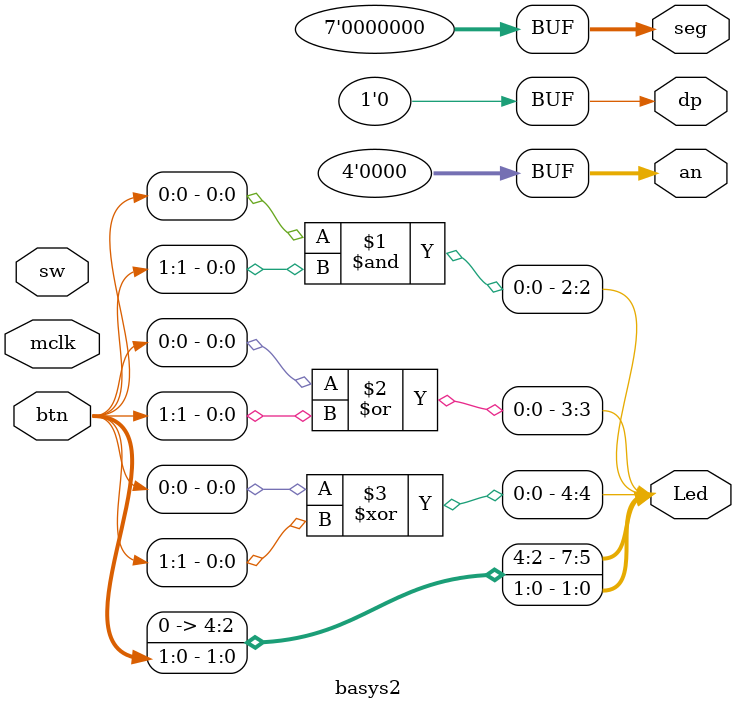
<source format=v>
module basys2
(
    input        mclk,
    input  [7:0] sw,
    input  [3:0] btn,
    output [7:0] Led,
    output [6:0] seg,
    output       dp,
    output [3:0] an
);

    assign Led [0] = btn [0];
    assign Led [1] = btn [1];
    assign Led [2] = btn [0] & btn [1];
    assign Led [3] = btn [0] | btn [1];
    assign Led [4] = btn [0] ^ btn [1];
    assign Led [5] = 0;
    assign Led [6] = 0;
    assign Led [7] = 0;

    assign seg = 0;
    assign dp  = 0;
    assign an  = 0;

endmodule

</source>
